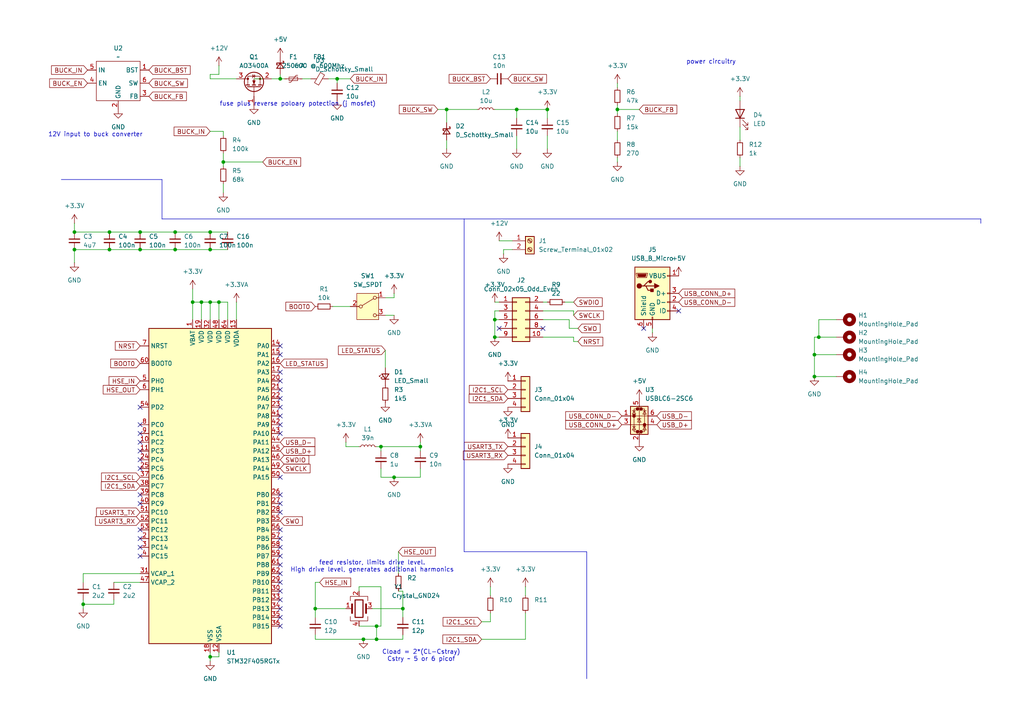
<source format=kicad_sch>
(kicad_sch (version 20231120) (generator "eeschema") (generator_version "8.0")
  (paper "A4")
  (title_block (date "2025-04-26"))
  (junction (at 129.54 31.75))
  (junction (at 55.88 87.63))
  (junction (at 60.96 190.5))
  (junction (at 60.96 67.31))
  (junction (at 114.3 138.43))
  (junction (at 24.13 175.26))
  (junction (at 149.86 31.75))
  (junction (at 97.79 22.86))
  (junction (at 236.22 102.87))
  (junction (at 109.22 185.42))
  (junction (at 40.64 67.31))
  (junction (at 110.49 129.54))
  (junction (at 237.49 97.79))
  (junction (at 91.44 176.53))
  (junction (at 21.59 72.39))
  (junction (at 179.07 31.75))
  (junction (at 60.96 87.63))
  (junction (at 109.22 181.61))
  (junction (at 50.8 72.39))
  (junction (at 60.96 72.39))
  (junction (at 58.42 87.63))
  (junction (at 143.51 92.71))
  (junction (at 236.22 109.22))
  (junction (at 121.92 129.54))
  (junction (at 105.41 185.42))
  (junction (at 116.84 176.53))
  (junction (at 158.75 31.75))
  (junction (at 31.75 67.31))
  (junction (at 50.8 67.31))
  (junction (at 63.5 87.63))
  (junction (at 21.59 67.31))
  (junction (at 40.64 72.39))
  (junction (at 81.28 22.86))
  (junction (at 143.51 97.79))
  (junction (at 31.75 72.39))
  (junction (at 64.77 46.99))
  (no_connect (at 81.28 161.29))
  (no_connect (at 157.48 95.25))
  (no_connect (at 81.28 125.73))
  (no_connect (at 40.64 123.19))
  (no_connect (at 40.64 156.21))
  (no_connect (at 40.64 133.35))
  (no_connect (at 81.28 143.51))
  (no_connect (at 81.28 156.21))
  (no_connect (at 81.28 115.57))
  (no_connect (at 196.85 90.17))
  (no_connect (at 81.28 146.05))
  (no_connect (at 81.28 158.75))
  (no_connect (at 81.28 138.43))
  (no_connect (at 144.78 95.25))
  (no_connect (at 40.64 143.51))
  (no_connect (at 40.64 125.73))
  (no_connect (at 81.28 168.91))
  (no_connect (at 40.64 130.81))
  (no_connect (at 81.28 148.59))
  (no_connect (at 81.28 100.33))
  (no_connect (at 81.28 120.65))
  (no_connect (at 40.64 128.27))
  (no_connect (at 81.28 153.67))
  (no_connect (at 40.64 146.05))
  (no_connect (at 81.28 171.45))
  (no_connect (at 81.28 110.49))
  (no_connect (at 81.28 113.03))
  (no_connect (at 186.69 95.25))
  (no_connect (at 81.28 163.83))
  (no_connect (at 81.28 118.11))
  (no_connect (at 81.28 173.99))
  (no_connect (at 40.64 118.11))
  (no_connect (at 40.64 135.89))
  (no_connect (at 81.28 107.95))
  (no_connect (at 40.64 158.75))
  (no_connect (at 81.28 102.87))
  (no_connect (at 81.28 179.07))
  (no_connect (at 81.28 166.37))
  (no_connect (at 40.64 153.67))
  (no_connect (at 81.28 181.61))
  (no_connect (at 81.28 176.53))
  (no_connect (at 81.28 123.19))
  (no_connect (at 40.64 161.29))
  (wire (pts (xy 109.22 129.54) (xy 110.49 129.54)))
  (wire (pts (xy 107.95 176.53) (xy 116.84 176.53)))
  (wire (pts (xy 68.58 87.63) (xy 68.58 92.71)))
  (wire (pts (xy 152.4 185.42) (xy 139.7 185.42)))
  (wire (pts (xy 81.28 21.59) (xy 81.28 22.86)))
  (wire (pts (xy 66.04 87.63) (xy 66.04 92.71)))
  (wire (pts (xy 97.79 22.86) (xy 97.79 24.13)))
  (wire (pts (xy 129.54 31.75) (xy 129.54 35.56)))
  (wire (pts (xy 24.13 166.37) (xy 24.13 168.91)))
  (wire (pts (xy 60.96 22.86) (xy 68.58 22.86)))
  (wire (pts (xy 100.33 129.54) (xy 104.14 129.54)))
  (wire (pts (xy 55.88 87.63) (xy 55.88 92.71)))
  (wire (pts (xy 40.64 166.37) (xy 24.13 166.37)))
  (wire (pts (xy 110.49 129.54) (xy 110.49 130.81)))
  (wire (pts (xy 142.24 170.18) (xy 142.24 172.72)))
  (wire (pts (xy 237.49 92.71) (xy 237.49 97.79)))
  (wire (pts (xy 24.13 173.99) (xy 24.13 175.26)))
  (wire (pts (xy 114.3 138.43) (xy 121.92 138.43)))
  (polyline (pts (xy 134.62 63.5) (xy 134.62 160.02)))
  (wire (pts (xy 179.07 45.72) (xy 179.07 46.99)))
  (wire (pts (xy 60.96 72.39) (xy 66.04 72.39)))
  (wire (pts (xy 236.22 102.87) (xy 236.22 109.22)))
  (wire (pts (xy 91.44 168.91) (xy 91.44 176.53)))
  (wire (pts (xy 179.07 24.13) (xy 179.07 25.4)))
  (wire (pts (xy 55.88 83.82) (xy 55.88 87.63)))
  (wire (pts (xy 143.51 31.75) (xy 149.86 31.75)))
  (wire (pts (xy 95.25 22.86) (xy 97.79 22.86)))
  (wire (pts (xy 157.48 90.17) (xy 166.37 90.17)))
  (wire (pts (xy 242.57 97.79) (xy 237.49 97.79)))
  (wire (pts (xy 110.49 138.43) (xy 114.3 138.43)))
  (wire (pts (xy 152.4 177.8) (xy 152.4 185.42)))
  (polyline (pts (xy 170.18 160.02) (xy 170.18 196.85)))
  (wire (pts (xy 157.48 92.71) (xy 165.1 92.71)))
  (wire (pts (xy 91.44 179.07) (xy 91.44 176.53)))
  (wire (pts (xy 129.54 31.75) (xy 138.43 31.75)))
  (wire (pts (xy 64.77 39.37) (xy 64.77 38.1)))
  (wire (pts (xy 55.88 87.63) (xy 58.42 87.63)))
  (wire (pts (xy 127 31.75) (xy 129.54 31.75)))
  (wire (pts (xy 149.86 31.75) (xy 158.75 31.75)))
  (wire (pts (xy 104.14 171.45) (xy 104.14 170.18)))
  (wire (pts (xy 97.79 22.86) (xy 101.6 22.86)))
  (wire (pts (xy 60.96 21.59) (xy 60.96 22.86)))
  (wire (pts (xy 111.76 101.6) (xy 111.76 106.68)))
  (wire (pts (xy 110.49 135.89) (xy 110.49 138.43)))
  (wire (pts (xy 60.96 67.31) (xy 66.04 67.31)))
  (wire (pts (xy 143.51 90.17) (xy 143.51 92.71)))
  (wire (pts (xy 21.59 67.31) (xy 31.75 67.31)))
  (wire (pts (xy 110.49 170.18) (xy 110.49 181.61)))
  (wire (pts (xy 165.1 95.25) (xy 167.64 95.25)))
  (wire (pts (xy 142.24 180.34) (xy 142.24 177.8)))
  (wire (pts (xy 33.02 173.99) (xy 33.02 175.26)))
  (wire (pts (xy 144.78 92.71) (xy 143.51 92.71)))
  (wire (pts (xy 149.86 31.75) (xy 149.86 34.29)))
  (wire (pts (xy 50.8 67.31) (xy 60.96 67.31)))
  (wire (pts (xy 63.5 189.23) (xy 63.5 190.5)))
  (wire (pts (xy 104.14 170.18) (xy 110.49 170.18)))
  (wire (pts (xy 116.84 176.53) (xy 116.84 179.07)))
  (wire (pts (xy 64.77 38.1) (xy 60.96 38.1)))
  (wire (pts (xy 189.23 95.25) (xy 189.23 96.52)))
  (polyline (pts (xy 134.62 160.02) (xy 170.18 160.02)))
  (polyline (pts (xy 284.48 63.5) (xy 284.48 64.77)))
  (wire (pts (xy 121.92 130.81) (xy 121.92 129.54)))
  (wire (pts (xy 143.51 97.79) (xy 144.78 97.79)))
  (wire (pts (xy 40.64 67.31) (xy 50.8 67.31)))
  (wire (pts (xy 73.66 22.86) (xy 76.2 22.86)))
  (wire (pts (xy 50.8 72.39) (xy 60.96 72.39)))
  (wire (pts (xy 179.07 31.75) (xy 185.42 31.75)))
  (wire (pts (xy 214.63 36.83) (xy 214.63 40.64)))
  (wire (pts (xy 60.96 189.23) (xy 60.96 190.5)))
  (wire (pts (xy 143.51 87.63) (xy 144.78 87.63)))
  (wire (pts (xy 24.13 175.26) (xy 33.02 175.26)))
  (wire (pts (xy 158.75 39.37) (xy 158.75 43.18)))
  (wire (pts (xy 166.37 97.79) (xy 166.37 99.06)))
  (wire (pts (xy 111.76 91.44) (xy 114.3 91.44)))
  (wire (pts (xy 109.22 181.61) (xy 110.49 181.61)))
  (wire (pts (xy 179.07 30.48) (xy 179.07 31.75)))
  (wire (pts (xy 111.76 86.36) (xy 114.3 86.36)))
  (wire (pts (xy 116.84 171.45) (xy 115.57 171.45)))
  (wire (pts (xy 109.22 181.61) (xy 109.22 185.42)))
  (wire (pts (xy 237.49 97.79) (xy 236.22 97.79)))
  (wire (pts (xy 91.44 184.15) (xy 91.44 185.42)))
  (wire (pts (xy 92.71 168.91) (xy 91.44 168.91)))
  (wire (pts (xy 109.22 185.42) (xy 116.84 185.42)))
  (wire (pts (xy 31.75 67.31) (xy 40.64 67.31)))
  (wire (pts (xy 96.52 88.9) (xy 101.6 88.9)))
  (wire (pts (xy 157.48 87.63) (xy 158.75 87.63)))
  (wire (pts (xy 64.77 46.99) (xy 64.77 48.26)))
  (wire (pts (xy 146.05 72.39) (xy 146.05 73.66)))
  (wire (pts (xy 64.77 44.45) (xy 64.77 46.99)))
  (wire (pts (xy 121.92 129.54) (xy 110.49 129.54)))
  (wire (pts (xy 115.57 160.02) (xy 115.57 166.37)))
  (wire (pts (xy 214.63 45.72) (xy 214.63 48.26)))
  (wire (pts (xy 91.44 185.42) (xy 105.41 185.42)))
  (wire (pts (xy 60.96 21.59) (xy 63.5 21.59)))
  (wire (pts (xy 129.54 40.64) (xy 129.54 43.18)))
  (wire (pts (xy 33.02 168.91) (xy 40.64 168.91)))
  (wire (pts (xy 139.7 180.34) (xy 142.24 180.34)))
  (wire (pts (xy 60.96 190.5) (xy 60.96 191.77)))
  (polyline (pts (xy 46.99 52.07) (xy 46.99 63.5)))
  (wire (pts (xy 158.75 34.29) (xy 158.75 31.75)))
  (wire (pts (xy 100.33 128.27) (xy 100.33 129.54)))
  (wire (pts (xy 148.59 69.85) (xy 144.78 69.85)))
  (wire (pts (xy 63.5 19.05) (xy 63.5 21.59)))
  (polyline (pts (xy 46.99 63.5) (xy 284.48 63.5)))
  (wire (pts (xy 148.59 72.39) (xy 146.05 72.39)))
  (wire (pts (xy 87.63 22.86) (xy 90.17 22.86)))
  (wire (pts (xy 166.37 90.17) (xy 166.37 91.44)))
  (wire (pts (xy 78.74 22.86) (xy 81.28 22.86)))
  (wire (pts (xy 21.59 72.39) (xy 21.59 76.2)))
  (wire (pts (xy 114.3 85.09) (xy 114.3 86.36)))
  (wire (pts (xy 63.5 87.63) (xy 63.5 92.71)))
  (wire (pts (xy 214.63 27.94) (xy 214.63 29.21)))
  (wire (pts (xy 63.5 87.63) (xy 66.04 87.63)))
  (wire (pts (xy 166.37 99.06) (xy 167.64 99.06)))
  (wire (pts (xy 60.96 190.5) (xy 63.5 190.5)))
  (wire (pts (xy 21.59 64.77) (xy 21.59 67.31)))
  (wire (pts (xy 121.92 138.43) (xy 121.92 135.89)))
  (polyline (pts (xy 17.78 52.07) (xy 46.99 52.07)))
  (wire (pts (xy 236.22 97.79) (xy 236.22 102.87)))
  (wire (pts (xy 40.64 72.39) (xy 50.8 72.39)))
  (wire (pts (xy 116.84 184.15) (xy 116.84 185.42)))
  (wire (pts (xy 144.78 90.17) (xy 143.51 90.17)))
  (wire (pts (xy 81.28 22.86) (xy 82.55 22.86)))
  (wire (pts (xy 236.22 109.22) (xy 242.57 109.22)))
  (wire (pts (xy 165.1 92.71) (xy 165.1 95.25)))
  (wire (pts (xy 152.4 170.18) (xy 152.4 172.72)))
  (wire (pts (xy 60.96 87.63) (xy 63.5 87.63)))
  (wire (pts (xy 242.57 102.87) (xy 236.22 102.87)))
  (wire (pts (xy 64.77 46.99) (xy 76.2 46.99)))
  (wire (pts (xy 116.84 171.45) (xy 116.84 176.53)))
  (wire (pts (xy 21.59 72.39) (xy 31.75 72.39)))
  (wire (pts (xy 91.44 176.53) (xy 100.33 176.53)))
  (wire (pts (xy 157.48 97.79) (xy 166.37 97.79)))
  (wire (pts (xy 60.96 87.63) (xy 60.96 92.71)))
  (wire (pts (xy 149.86 39.37) (xy 149.86 43.18)))
  (wire (pts (xy 179.07 38.1) (xy 179.07 40.64)))
  (wire (pts (xy 104.14 181.61) (xy 109.22 181.61)))
  (wire (pts (xy 163.83 87.63) (xy 166.37 87.63)))
  (wire (pts (xy 31.75 72.39) (xy 40.64 72.39)))
  (wire (pts (xy 58.42 87.63) (xy 60.96 87.63)))
  (wire (pts (xy 24.13 175.26) (xy 24.13 176.53)))
  (wire (pts (xy 179.07 31.75) (xy 179.07 33.02)))
  (wire (pts (xy 121.92 128.27) (xy 121.92 129.54)))
  (wire (pts (xy 105.41 185.42) (xy 109.22 185.42)))
  (wire (pts (xy 242.57 92.71) (xy 237.49 92.71)))
  (wire (pts (xy 58.42 87.63) (xy 58.42 92.71)))
  (wire (pts (xy 64.77 53.34) (xy 64.77 55.88)))
  (wire (pts (xy 143.51 92.71) (xy 143.51 97.79)))
  (text "feed resistor, limits drive level.\nHigh drive level, generates additional harmonics\n\n" (at 107.95 165.354 0) (effects (font (size 1.27 1.27))))
  (text "12V input to buck converter\n" (at 27.686 39.116 0) (effects (font (size 1.27 1.27))))
  (text "Cload = 2*(CL-Cstray)\nCstry ~ 5 or 6 picof\n \n" (at 122.174 191.262 0) (effects (font (size 1.27 1.27))))
  (text "fuse plus reverse poloary potection (j mosfet)\n" (at 86.36 30.226 0) (effects (font (size 1.27 1.27))))
  (text "power circuitry\n" (at 206.248 18.034 0) (effects (font (size 1.27 1.27))))
  (global_label "BUCK_BST" (shape input) (at 43.18 20.32 0) (property "Intersheetrefs" "${INTERSHEET_REFS}" (effects (hide yes))))
  (global_label "I2C1_SCL" (shape input) (at 147.32 113.03 180) (property "Intersheetrefs" "${INTERSHEET_REFS}" (effects (hide yes))))
  (global_label "USART3_TX" (shape input) (at 40.64 148.59 180) (property "Intersheetrefs" "${INTERSHEET_REFS}" (effects (hide yes))))
  (global_label "I2C1_SDA" (shape input) (at 139.7 185.42 180) (property "Intersheetrefs" "${INTERSHEET_REFS}" (effects (hide yes))))
  (global_label "USB_D-" (shape input) (at 81.28 128.27 0) (property "Intersheetrefs" "${INTERSHEET_REFS}" (effects (hide yes))))
  (global_label "SWCLK" (shape input) (at 166.37 91.44 0) (property "Intersheetrefs" "${INTERSHEET_REFS}" (effects (hide yes))))
  (global_label "BUCK_EN" (shape input) (at 25.4 24.13 180) (property "Intersheetrefs" "${INTERSHEET_REFS}" (effects (hide yes))))
  (global_label "HSE_OUT" (shape input) (at 115.57 160.02 0) (property "Intersheetrefs" "${INTERSHEET_REFS}" (effects (hide yes))))
  (global_label "I2C1_SCL" (shape input) (at 40.64 138.43 180) (property "Intersheetrefs" "${INTERSHEET_REFS}" (effects (hide yes))))
  (global_label "BUCK_IN" (shape input) (at 101.6 22.86 0) (property "Intersheetrefs" "${INTERSHEET_REFS}" (effects (hide yes))))
  (global_label "USART3_TX" (shape input) (at 147.32 129.54 180) (property "Intersheetrefs" "${INTERSHEET_REFS}" (effects (hide yes))))
  (global_label "BOOT0" (shape input) (at 40.64 105.41 180) (property "Intersheetrefs" "${INTERSHEET_REFS}" (effects (hide yes))))
  (global_label "SWDIO" (shape input) (at 81.28 133.35 0) (property "Intersheetrefs" "${INTERSHEET_REFS}" (effects (hide yes))))
  (global_label "USB_CONN_D+" (shape input) (at 180.34 123.19 180) (property "Intersheetrefs" "${INTERSHEET_REFS}" (effects (hide yes))))
  (global_label "USB_CONN_D+" (shape input) (at 196.85 85.09 0) (property "Intersheetrefs" "${INTERSHEET_REFS}" (effects (hide yes))))
  (global_label "BUCK_SW" (shape input) (at 147.32 22.86 0) (property "Intersheetrefs" "${INTERSHEET_REFS}" (effects (hide yes))))
  (global_label "BUCK_IN" (shape input) (at 25.4 20.32 180) (property "Intersheetrefs" "${INTERSHEET_REFS}" (effects (hide yes))))
  (global_label "I2C1_SDA" (shape input) (at 147.32 115.57 180) (property "Intersheetrefs" "${INTERSHEET_REFS}" (effects (hide yes))))
  (global_label "USART3_RX" (shape input) (at 147.32 132.08 180) (property "Intersheetrefs" "${INTERSHEET_REFS}" (effects (hide yes))))
  (global_label "USB_D-" (shape input) (at 190.5 120.65 0) (property "Intersheetrefs" "${INTERSHEET_REFS}" (effects (hide yes))))
  (global_label "SWO" (shape input) (at 167.64 95.25 0) (property "Intersheetrefs" "${INTERSHEET_REFS}" (effects (hide yes))))
  (global_label "LED_STATUS" (shape input) (at 111.76 101.6 180) (property "Intersheetrefs" "${INTERSHEET_REFS}" (effects (hide yes))))
  (global_label "NRST" (shape input) (at 40.64 100.33 180) (property "Intersheetrefs" "${INTERSHEET_REFS}" (effects (hide yes))))
  (global_label "USB_D+" (shape input) (at 81.28 130.81 0) (property "Intersheetrefs" "${INTERSHEET_REFS}" (effects (hide yes))))
  (global_label "BUCK_IN" (shape input) (at 60.96 38.1 180) (property "Intersheetrefs" "${INTERSHEET_REFS}" (effects (hide yes))))
  (global_label "USB_CONN_D-" (shape input) (at 196.85 87.63 0) (property "Intersheetrefs" "${INTERSHEET_REFS}" (effects (hide yes))))
  (global_label "BUCK_SW" (shape input) (at 43.18 24.13 0) (property "Intersheetrefs" "${INTERSHEET_REFS}" (effects (hide yes))))
  (global_label "HSE_OUT" (shape input) (at 40.64 113.03 180) (property "Intersheetrefs" "${INTERSHEET_REFS}" (effects (hide yes))))
  (global_label "SWCLK" (shape input) (at 81.28 135.89 0) (property "Intersheetrefs" "${INTERSHEET_REFS}" (effects (hide yes))))
  (global_label "USB_D+" (shape input) (at 190.5 123.19 0) (property "Intersheetrefs" "${INTERSHEET_REFS}" (effects (hide yes))))
  (global_label "BUCK_BST" (shape input) (at 142.24 22.86 180) (property "Intersheetrefs" "${INTERSHEET_REFS}" (effects (hide yes))))
  (global_label "BUCK_EN" (shape input) (at 76.2 46.99 0) (property "Intersheetrefs" "${INTERSHEET_REFS}" (effects (hide yes))))
  (global_label "BUCK_SW" (shape input) (at 127 31.75 180) (property "Intersheetrefs" "${INTERSHEET_REFS}" (effects (hide yes))))
  (global_label "SWDIO" (shape input) (at 166.37 87.63 0) (property "Intersheetrefs" "${INTERSHEET_REFS}" (effects (hide yes))))
  (global_label "SWO" (shape input) (at 81.28 151.13 0) (property "Intersheetrefs" "${INTERSHEET_REFS}" (effects (hide yes))))
  (global_label "USB_CONN_D-" (shape input) (at 180.34 120.65 180) (property "Intersheetrefs" "${INTERSHEET_REFS}" (effects (hide yes))))
  (global_label "HSE_IN" (shape input) (at 92.71 168.91 0) (property "Intersheetrefs" "${INTERSHEET_REFS}" (effects (hide yes))))
  (global_label "LED_STATUS" (shape input) (at 81.28 105.41 0) (property "Intersheetrefs" "${INTERSHEET_REFS}" (effects (hide yes))))
  (global_label "HSE_IN" (shape input) (at 40.64 110.49 180) (property "Intersheetrefs" "${INTERSHEET_REFS}" (effects (hide yes))))
  (global_label "USART3_RX" (shape input) (at 40.64 151.13 180) (property "Intersheetrefs" "${INTERSHEET_REFS}" (effects (hide yes))))
  (global_label "I2C1_SCL" (shape input) (at 139.7 180.34 180) (property "Intersheetrefs" "${INTERSHEET_REFS}" (effects (hide yes))))
  (global_label "BUCK_FB" (shape input) (at 185.42 31.75 0) (property "Intersheetrefs" "${INTERSHEET_REFS}" (effects (hide yes))))
  (global_label "BUCK_FB" (shape input) (at 43.18 27.94 0) (property "Intersheetrefs" "${INTERSHEET_REFS}" (effects (hide yes))))
  (global_label "NRST" (shape input) (at 167.64 99.06 0) (property "Intersheetrefs" "${INTERSHEET_REFS}" (effects (hide yes))))
  (global_label "BOOT0" (shape input) (at 91.44 88.9 180) (property "Intersheetrefs" "${INTERSHEET_REFS}" (effects (hide yes))))
  (global_label "I2C1_SDA" (shape input) (at 40.64 140.97 180) (property "Intersheetrefs" "${INTERSHEET_REFS}" (effects (hide yes))))
  (symbol (lib_id "Connector_Generic:Conn_01x04") (at 152.4 113.03 0) (unit 1)
    (property "Reference" "J3" (at 154.94 113.0299 0) (effects (justify left)))
    (property "Value" "Conn_01x04" (at 154.94 115.5699 0) (effects (justify left)))
    (property "Footprint" "Connector_Molex:Molex_PicoBlade_53048-0410_1x04_P1.25mm_Horizontal" (effects (hide yes)))
    (property "Description" "Generic connector, single row, 01x04, script generated (kicad-library-utils/schlib/autogen/connector/)" (effects (hide yes)))
  )
  (symbol (lib_id "New_Library:MP2359DJ-LF-Z") (at 30.48 27.94 0) (unit 1)
    (property "Reference" "U2" (at 34.29 13.97 0))
    (property "Value" "~" (at 34.29 16.51 0))
    (property "Footprint" "Package_TO_SOT_SMD:SOT-23-6" (effects (hide yes)))
  )
  (symbol (lib_id "Device:FerriteBead_Small") (at 92.71 22.86 90) (unit 1)
    (property "Reference" "FB1" (at 92.6719 16.51 90))
    (property "Value" "600 @ 600Mhz" (at 92.6719 19.05 90))
    (property "Footprint" "Inductor_SMD:L_0805_2012Metric" (effects (hide yes)))
    (property "Description" "Ferrite bead, small symbol" (effects (hide yes)))
  )
  (symbol (lib_id "power:GND") (at 236.22 109.22 0) (unit 1)
    (property "Reference" "#PWR042" (effects (hide yes)))
    (property "Value" "GND" (at 236.22 114.3 0))
    (property "Description" "Power symbol creates a global label with name \"GND\" , ground" (effects (hide yes)))
  )
  (symbol (lib_id "power:GND") (at 97.79 29.21 0) (unit 1)
    (property "Reference" "#PWR016" (effects (hide yes)))
    (property "Value" "GND" (at 97.79 34.29 0))
    (property "Description" "Power symbol creates a global label with name \"GND\" , ground" (effects (hide yes)))
  )
  (symbol (lib_id "Device:C_Small") (at 144.78 22.86 90) (unit 1)
    (property "Reference" "C13" (at 144.7863 16.51 90))
    (property "Value" "10n" (at 144.7863 19.05 90))
    (property "Footprint" "Capacitor_SMD:C_0603_1608Metric" (effects (hide yes)))
    (property "Description" "Unpolarized capacitor, small symbol" (effects (hide yes)))
  )
  (symbol (lib_id "Device:R_Small") (at 179.07 35.56 180) (unit 1)
    (property "Reference" "R7" (at 181.61 34.2899 0) (effects (justify right)))
    (property "Value" "15k" (at 181.61 36.8299 0) (effects (justify right)))
    (property "Footprint" "Resistor_SMD:R_0603_1608Metric" (effects (hide yes)))
    (property "Description" "Resistor, small symbol" (effects (hide yes)))
  )
  (symbol (lib_id "power:+3.3V") (at 55.88 83.82 0) (unit 1)
    (property "Reference" "#PWR02" (effects (hide yes)))
    (property "Value" "+3.3V" (at 55.88 78.74 0))
    (property "Description" "Power symbol creates a global label with name \"+3.3V\"" (effects (hide yes)))
  )
  (symbol (lib_id "Mechanical:MountingHole_Pad") (at 245.11 109.22 270) (unit 1) (exclude_from_sim yes) (in_bom no)
    (property "Reference" "H4" (at 248.92 107.9499 90) (effects (justify left)))
    (property "Value" "MountingHole_Pad" (at 248.92 110.4899 90) (effects (justify left)))
    (property "Footprint" "MountingHole:MountingHole_4.3mm_M4_Pad_Via" (effects (hide yes)))
    (property "Description" "Mounting Hole with connection" (effects (hide yes)))
  )
  (symbol (lib_id "Device:C_Small") (at 24.13 171.45 0) (unit 1)
    (property "Reference" "C1" (at 26.67 170.1862 0) (effects (justify left)))
    (property "Value" "2u2" (at 26.67 172.7262 0) (effects (justify left)))
    (property "Footprint" "Capacitor_SMD:C_0603_1608Metric" (effects (hide yes)))
    (property "Description" "Unpolarized capacitor, small symbol" (effects (hide yes)))
  )
  (symbol (lib_id "Device:C_Small") (at 158.75 36.83 0) (unit 1)
    (property "Reference" "C15" (at 161.29 35.5662 0) (effects (justify left)))
    (property "Value" "10u" (at 161.29 38.1062 0) (effects (justify left)))
    (property "Footprint" "Capacitor_SMD:C_1206_3216Metric" (effects (hide yes)))
    (property "Description" "Unpolarized capacitor, small symbol" (effects (hide yes)))
  )
  (symbol (lib_id "power:+3.3V") (at 158.75 31.75 0) (unit 1)
    (property "Reference" "#PWR021" (effects (hide yes)))
    (property "Value" "+3.3V" (at 158.75 26.67 0))
    (property "Description" "Power symbol creates a global label with name \"+3.3V\"" (effects (hide yes)))
  )
  (symbol (lib_id "Device:R_Small") (at 115.57 168.91 0) (unit 1)
    (property "Reference" "R2" (at 118.11 167.6399 0) (effects (justify left)))
    (property "Value" "47" (at 119.38 265.4299 0) (effects (justify left)))
    (property "Footprint" "Resistor_SMD:R_0402_1005Metric" (effects (hide yes)))
    (property "Description" "Resistor, small symbol" (effects (hide yes)))
  )
  (symbol (lib_id "Device:R_Small") (at 64.77 50.8 0) (unit 1)
    (property "Reference" "R5" (at 67.31 49.5299 0) (effects (justify left)))
    (property "Value" "68k" (at 67.31 52.0699 0) (effects (justify left)))
    (property "Footprint" "Resistor_SMD:R_0603_1608Metric" (effects (hide yes)))
    (property "Description" "Resistor, small symbol" (effects (hide yes)))
  )
  (symbol (lib_id "Device:L_Small") (at 140.97 31.75 90) (unit 1)
    (property "Reference" "L2" (at 140.97 26.67 90))
    (property "Value" "10u" (at 140.97 29.21 90))
    (property "Footprint" "Inductor_SMD:L_Sunlord_MWSA0518S" (effects (hide yes)))
    (property "Description" "Inductor, small symbol" (effects (hide yes)))
  )
  (symbol (lib_id "Device:C_Small") (at 121.92 133.35 0) (unit 1)
    (property "Reference" "C9" (at 124.46 132.0862 0) (effects (justify left)))
    (property "Value" "10n" (at 124.46 134.6262 0) (effects (justify left)))
    (property "Footprint" "Capacitor_SMD:C_0402_1005Metric" (effects (hide yes)))
    (property "Description" "Unpolarized capacitor, small symbol" (effects (hide yes)))
  )
  (symbol (lib_id "power:GND") (at 149.86 43.18 0) (unit 1)
    (property "Reference" "#PWR019" (effects (hide yes)))
    (property "Value" "GND" (at 149.86 48.26 0))
    (property "Description" "Power symbol creates a global label with name \"GND\" , ground" (effects (hide yes)))
  )
  (symbol (lib_id "Mechanical:MountingHole_Pad") (at 245.11 92.71 270) (unit 1) (exclude_from_sim yes) (in_bom no)
    (property "Reference" "H1" (at 248.92 91.4399 90) (effects (justify left)))
    (property "Value" "MountingHole_Pad" (at 248.92 93.9799 90) (effects (justify left)))
    (property "Footprint" "MountingHole:MountingHole_4.3mm_M4_Pad_Via" (effects (hide yes)))
    (property "Description" "Mounting Hole with connection" (effects (hide yes)))
  )
  (symbol (lib_id "Device:C_Small") (at 149.86 36.83 0) (unit 1)
    (property "Reference" "C14" (at 152.4 35.5662 0) (effects (justify left)))
    (property "Value" "10u" (at 152.4 38.1062 0) (effects (justify left)))
    (property "Footprint" "Capacitor_SMD:C_1206_3216Metric" (effects (hide yes)))
    (property "Description" "Unpolarized capacitor, small symbol" (effects (hide yes)))
  )
  (symbol (lib_id "Device:LED") (at 214.63 33.02 90) (unit 1)
    (property "Reference" "D4" (at 218.44 33.3374 90) (effects (justify right)))
    (property "Value" "LED" (at 218.44 35.8774 90) (effects (justify right)))
    (property "Footprint" "LED_SMD:LED_0603_1608Metric" (effects (hide yes)))
    (property "Description" "Light emitting diode" (effects (hide yes)))
  )
  (symbol (lib_id "power:GND") (at 189.23 96.52 0) (unit 1)
    (property "Reference" "#PWR034" (effects (hide yes)))
    (property "Value" "GND" (at 189.23 101.6 0))
    (property "Description" "Power symbol creates a global label with name \"GND\" , ground" (effects (hide yes)))
  )
  (symbol (lib_name "R_Small_1") (lib_id "Device:R_Small") (at 142.24 175.26 0) (unit 1)
    (property "Reference" "R10" (at 144.78 173.9899 0) (effects (justify left)))
    (property "Value" "2k2" (at 146.05 271.7799 0) (effects (justify left)))
    (property "Footprint" "Resistor_SMD:R_0402_1005Metric" (effects (hide yes)))
    (property "Description" "Resistor, small symbol" (effects (hide yes)))
  )
  (symbol (lib_id "Device:L_Small") (at 106.68 129.54 90) (unit 1)
    (property "Reference" "L1" (at 106.68 124.46 90))
    (property "Value" "39n" (at 106.68 127 90))
    (property "Footprint" "Inductor_SMD:L_0402_1005Metric" (effects (hide yes)))
    (property "Description" "Inductor, small symbol" (effects (hide yes)))
  )
  (symbol (lib_id "Device:D_Schottky_Small") (at 81.28 19.05 270) (unit 1)
    (property "Reference" "D3" (at 91.44 17.5259 90) (effects (justify left)))
    (property "Value" "D_Schottky_Small" (at 91.44 20.0659 90) (effects (justify left)))
    (property "Footprint" "Diode_SMD:D_SOD-123" (effects (hide yes)))
    (property "Description" "Schottky diode, small symbol" (effects (hide yes)))
  )
  (symbol (lib_id "Device:R_Small") (at 179.07 43.18 0) (unit 1)
    (property "Reference" "R8" (at 181.61 41.9099 0) (effects (justify left)))
    (property "Value" "270" (at 181.61 44.4499 0) (effects (justify left)))
    (property "Footprint" "Resistor_SMD:R_0603_1608Metric" (effects (hide yes)))
    (property "Description" "Resistor, small symbol" (effects (hide yes)))
  )
  (symbol (lib_id "power:GND") (at 158.75 43.18 0) (unit 1)
    (property "Reference" "#PWR020" (effects (hide yes)))
    (property "Value" "GND" (at 158.75 48.26 0))
    (property "Description" "Power symbol creates a global label with name \"GND\" , ground" (effects (hide yes)))
  )
  (symbol (lib_id "Device:LED_Small") (at 111.76 109.22 90) (unit 1)
    (property "Reference" "D1" (at 114.3 107.8864 90) (effects (justify right)))
    (property "Value" "LED_Small" (at 114.3 110.4264 90) (effects (justify right)))
    (property "Footprint" "LED_SMD:LED_0603_1608Metric" (effects (hide yes)))
    (property "Description" "Light emitting diode, small symbol" (effects (hide yes)))
  )
  (symbol (lib_id "Device:C_Small") (at 91.44 181.61 0) (unit 1)
    (property "Reference" "C10" (at 93.98 180.3462 0) (effects (justify left)))
    (property "Value" "12p" (at 93.98 182.8862 0) (effects (justify left)))
    (property "Footprint" "Capacitor_SMD:C_0402_1005Metric" (effects (hide yes)))
    (property "Description" "Unpolarized capacitor, small symbol" (effects (hide yes)))
  )
  (symbol (lib_id "Device:R_Small") (at 111.76 114.3 0) (unit 1)
    (property "Reference" "R3" (at 114.3 113.0299 0) (effects (justify left)))
    (property "Value" "1k5" (at 114.3 115.5699 0) (effects (justify left)))
    (property "Footprint" "Resistor_SMD:R_0603_1608Metric" (effects (hide yes)))
    (property "Description" "Resistor, small symbol" (effects (hide yes)))
  )
  (symbol (lib_id "Device:C_Small") (at 21.59 69.85 0) (unit 1)
    (property "Reference" "C3" (at 24.13 68.5862 0) (effects (justify left)))
    (property "Value" "4u7" (at 24.13 71.1262 0) (effects (justify left)))
    (property "Footprint" "Capacitor_SMD:C_0603_1608Metric" (effects (hide yes)))
    (property "Description" "Unpolarized capacitor, small symbol" (effects (hide yes)))
  )
  (symbol (lib_id "power:GND") (at 21.59 76.2 0) (unit 1)
    (property "Reference" "#PWR08" (effects (hide yes)))
    (property "Value" "GND" (at 21.59 81.28 0))
    (property "Description" "Power symbol creates a global label with name \"GND\" , ground" (effects (hide yes)))
  )
  (symbol (lib_id "power:+3.3V") (at 152.4 170.18 0) (unit 1)
    (property "Reference" "#PWR029" (effects (hide yes)))
    (property "Value" "+3.3V" (at 152.4 165.1 0))
    (property "Description" "Power symbol creates a global label with name \"+3.3V\"" (effects (hide yes)))
  )
  (symbol (lib_id "Connector_Generic:Conn_02x05_Odd_Even") (at 149.86 92.71 0) (unit 1)
    (property "Reference" "J2" (at 151.13 81.28 0))
    (property "Value" "Conn_02x05_Odd_Even" (at 151.13 83.82 0))
    (property "Footprint" "Connector_PinSocket_1.27mm:PinSocket_2x05_P1.27mm_Vertical_SMD" (effects (hide yes)))
    (property "Description" "Generic connector, double row, 02x05, odd/even pin numbering scheme (row 1 odd numbers, row 2 even numbers), script generated (kicad-library-utils/schlib/autogen/connector/)" (effects (hide yes)))
  )
  (symbol (lib_id "Device:C_Small") (at 33.02 171.45 0) (unit 1)
    (property "Reference" "C2" (at 35.56 170.1862 0) (effects (justify left)))
    (property "Value" "2u2" (at 35.56 172.7262 0) (effects (justify left)))
    (property "Footprint" "Capacitor_SMD:C_0603_1608Metric" (effects (hide yes)))
    (property "Description" "Unpolarized capacitor, small symbol" (effects (hide yes)))
  )
  (symbol (lib_id "power:GND") (at 114.3 91.44 0) (unit 1)
    (property "Reference" "#PWR06" (effects (hide yes)))
    (property "Value" "GND" (at 114.3 96.52 0))
    (property "Description" "Power symbol creates a global label with name \"GND\" , ground" (effects (hide yes)))
  )
  (symbol (lib_id "power:GND") (at 214.63 48.26 0) (unit 1)
    (property "Reference" "#PWR040" (effects (hide yes)))
    (property "Value" "GND" (at 214.63 53.34 0))
    (property "Description" "Power symbol creates a global label with name \"GND\" , ground" (effects (hide yes)))
  )
  (symbol (lib_id "power:+3.3V") (at 143.51 87.63 0) (unit 1)
    (property "Reference" "#PWR027" (effects (hide yes)))
    (property "Value" "+3.3V" (at 143.51 82.55 0))
    (property "Description" "Power symbol creates a global label with name \"+3.3V\"" (effects (hide yes)))
  )
  (symbol (lib_id "power:GND") (at 114.3 138.43 0) (unit 1)
    (property "Reference" "#PWR010" (effects (hide yes)))
    (property "Value" "GND" (at 114.3 143.51 0))
    (property "Description" "Power symbol creates a global label with name \"GND\" , ground" (effects (hide yes)))
  )
  (symbol (lib_id "Device:R_Small") (at 152.4 175.26 0) (unit 1)
    (property "Reference" "R11" (at 154.94 173.9899 0) (effects (justify left)))
    (property "Value" "2k2" (at 156.21 271.7799 0) (effects (justify left)))
    (property "Footprint" "Resistor_SMD:R_0402_1005Metric" (effects (hide yes)))
    (property "Description" "Resistor, small symbol" (effects (hide yes)))
  )
  (symbol (lib_id "Device:Polyfuse_Small") (at 85.09 22.86 90) (unit 1)
    (property "Reference" "F1" (at 85.09 16.51 90))
    (property "Value" "250mA" (at 85.09 19.05 90))
    (property "Footprint" "Fuse:Fuse_1206_3216Metric" (effects (hide yes)))
    (property "Description" "Resettable fuse, polymeric positive temperature coefficient, small symbol" (effects (hide yes)))
  )
  (symbol (lib_id "power:+5V") (at 196.85 80.01 0) (unit 1)
    (property "Reference" "#PWR036" (effects (hide yes)))
    (property "Value" "+5V" (at 196.85 74.93 0))
    (property "Description" "Power symbol creates a global label with name \"+5V\"" (effects (hide yes)))
  )
  (symbol (lib_id "power:+3.3VA") (at 68.58 87.63 0) (unit 1)
    (property "Reference" "#PWR03" (effects (hide yes)))
    (property "Value" "+3.3VA" (at 68.58 82.55 0))
    (property "Description" "Power symbol creates a global label with name \"+3.3VA\"" (effects (hide yes)))
  )
  (symbol (lib_id "Device:C_Small") (at 60.96 69.85 0) (unit 1)
    (property "Reference" "C7" (at 63.5 68.5862 0) (effects (justify left)))
    (property "Value" "100n" (at 63.5 71.1262 0) (effects (justify left)))
    (property "Footprint" "Capacitor_SMD:C_0402_1005Metric" (effects (hide yes)))
    (property "Description" "Unpolarized capacitor, small symbol" (effects (hide yes)))
  )
  (symbol (lib_id "Device:C_Small") (at 110.49 133.35 0) (unit 1)
    (property "Reference" "C8" (at 113.03 132.0862 0) (effects (justify left)))
    (property "Value" "1u" (at 113.03 134.6262 0) (effects (justify left)))
    (property "Footprint" "Capacitor_SMD:C_0402_1005Metric" (effects (hide yes)))
    (property "Description" "Unpolarized capacitor, small symbol" (effects (hide yes)))
  )
  (symbol (lib_id "Mechanical:MountingHole_Pad") (at 245.11 102.87 270) (unit 1) (exclude_from_sim yes) (in_bom no)
    (property "Reference" "H3" (at 248.92 101.5999 90) (effects (justify left)))
    (property "Value" "MountingHole_Pad" (at 248.92 104.1399 90) (effects (justify left)))
    (property "Footprint" "MountingHole:MountingHole_4.3mm_M4_Pad_Via" (effects (hide yes)))
    (property "Description" "Mounting Hole with connection" (effects (hide yes)))
  )
  (symbol (lib_id "Connector:Screw_Terminal_01x02") (at 153.67 69.85 0) (unit 1)
    (property "Reference" "J1" (at 156.21 69.8499 0) (effects (justify left)))
    (property "Value" "Screw_Terminal_01x02" (at 156.21 72.3899 0) (effects (justify left)))
    (property "Footprint" "TerminalBlock_Phoenix:TerminalBlock_Phoenix_PT-1,5-2-3.5-H_1x02_P3.50mm_Horizontal" (effects (hide yes)))
    (property "Description" "Generic screw terminal, single row, 01x02, script generated (kicad-library-utils/schlib/autogen/connector/)" (effects (hide yes)))
  )
  (symbol (lib_id "power:GND") (at 73.66 30.48 0) (unit 1)
    (property "Reference" "#PWR041" (effects (hide yes)))
    (property "Value" "GND" (at 73.66 35.56 0))
    (property "Description" "Power symbol creates a global label with name \"GND\" , ground" (effects (hide yes)))
  )
  (symbol (lib_id "power:GND") (at 146.05 73.66 0) (unit 1)
    (property "Reference" "#PWR024" (effects (hide yes)))
    (property "Value" "GND" (at 146.05 78.74 0))
    (property "Description" "Power symbol creates a global label with name \"GND\" , ground" (effects (hide yes)))
  )
  (symbol (lib_id "power:GND") (at 147.32 134.62 0) (unit 1)
    (property "Reference" "#PWR031" (effects (hide yes)))
    (property "Value" "GND" (at 147.32 139.7 0))
    (property "Description" "Power symbol creates a global label with name \"GND\" , ground" (effects (hide yes)))
  )
  (symbol (lib_id "power:+5V") (at 81.28 16.51 0) (unit 1)
    (property "Reference" "#PWR035" (effects (hide yes)))
    (property "Value" "+5V" (at 81.28 11.43 0))
    (property "Description" "Power symbol creates a global label with name \"+5V\"" (effects (hide yes)))
  )
  (symbol (lib_id "power:+12V") (at 63.5 19.05 0) (unit 1)
    (property "Reference" "#PWR015" (effects (hide yes)))
    (property "Value" "+12V" (at 63.5 13.97 0))
    (property "Description" "Power symbol creates a global label with name \"+12V\"" (effects (hide yes)))
  )
  (symbol (lib_id "Device:C_Small") (at 50.8 69.85 0) (unit 1)
    (property "Reference" "C6" (at 53.34 68.5862 0) (effects (justify left)))
    (property "Value" "100n" (at 53.34 71.1262 0) (effects (justify left)))
    (property "Footprint" "Capacitor_SMD:C_0402_1005Metric" (effects (hide yes)))
    (property "Description" "Unpolarized capacitor, small symbol" (effects (hide yes)))
  )
  (symbol (lib_id "Device:R_Small") (at 179.07 27.94 0) (unit 1)
    (property "Reference" "R6" (at 181.61 26.6699 0) (effects (justify left)))
    (property "Value" "47k" (at 181.61 29.2099 0) (effects (justify left)))
    (property "Footprint" "Resistor_SMD:R_0603_1608Metric" (effects (hide yes)))
    (property "Description" "Resistor, small symbol" (effects (hide yes)))
  )
  (symbol (lib_id "Device:C_Small") (at 97.79 26.67 0) (unit 1)
    (property "Reference" "C12" (at 100.33 25.4062 0) (effects (justify left)))
    (property "Value" "10u" (at 100.33 27.9462 0) (effects (justify left)))
    (property "Footprint" "Capacitor_SMD:C_1206_3216Metric" (effects (hide yes)))
    (property "Description" "Unpolarized capacitor, small symbol" (effects (hide yes)))
  )
  (symbol (lib_id "power:+3.3V") (at 21.59 64.77 0) (unit 1)
    (property "Reference" "#PWR07" (effects (hide yes)))
    (property "Value" "+3.3V" (at 21.59 59.69 0))
    (property "Description" "Power symbol creates a global label with name \"+3.3V\"" (effects (hide yes)))
  )
  (symbol (lib_id "Device:Crystal_GND24") (at 104.14 176.53 0) (unit 1)
    (property "Reference" "Y1" (at 115.57 170.2114 0))
    (property "Value" "Crystal_GND24" (at 120.65 172.7514 0))
    (property "Footprint" "Crystal:Crystal_SMD_3225-4Pin_3.2x2.5mm" (effects (hide yes)))
    (property "Description" "Four pin crystal, GND on pins 2 and 4" (effects (hide yes)))
  )
  (symbol (lib_id "power:GND") (at 147.32 118.11 0) (unit 1)
    (property "Reference" "#PWR030" (effects (hide yes)))
    (property "Value" "GND" (at 147.32 123.19 0))
    (property "Description" "Power symbol creates a global label with name \"GND\" , ground" (effects (hide yes)))
  )
  (symbol (lib_id "Device:C_Small") (at 31.75 69.85 0) (unit 1)
    (property "Reference" "C4" (at 34.29 68.5862 0) (effects (justify left)))
    (property "Value" "100n" (at 34.29 71.1262 0) (effects (justify left)))
    (property "Footprint" "Capacitor_SMD:C_0402_1005Metric" (effects (hide yes)))
    (property "Description" "Unpolarized capacitor, small symbol" (effects (hide yes)))
  )
  (symbol (lib_id "power:+3.3V") (at 147.32 110.49 0) (unit 1)
    (property "Reference" "#PWR032" (effects (hide yes)))
    (property "Value" "+3.3V" (at 147.32 105.41 0))
    (property "Description" "Power symbol creates a global label with name \"+3.3V\"" (effects (hide yes)))
  )
  (symbol (lib_id "Device:C_Small") (at 116.84 181.61 0) (unit 1)
    (property "Reference" "C11" (at 119.38 180.3462 0) (effects (justify left)))
    (property "Value" "12p" (at 119.38 182.8862 0) (effects (justify left)))
    (property "Footprint" "Capacitor_SMD:C_0402_1005Metric" (effects (hide yes)))
    (property "Description" "Unpolarized capacitor, small symbol" (effects (hide yes)))
  )
  (symbol (lib_id "power:GND") (at 185.42 128.27 0) (unit 1)
    (property "Reference" "#PWR038" (effects (hide yes)))
    (property "Value" "GND" (at 185.42 133.35 0))
    (property "Description" "Power symbol creates a global label with name \"GND\" , ground" (effects (hide yes)))
  )
  (symbol (lib_id "power:GND") (at 60.96 191.77 0) (unit 1)
    (property "Reference" "#PWR01" (effects (hide yes)))
    (property "Value" "GND" (at 60.96 196.85 0))
    (property "Description" "Power symbol creates a global label with name \"GND\" , ground" (effects (hide yes)))
  )
  (symbol (lib_id "Device:R_Small") (at 64.77 41.91 0) (unit 1)
    (property "Reference" "R4" (at 67.31 40.6399 0) (effects (justify left)))
    (property "Value" "100k" (at 67.31 43.1799 0) (effects (justify left)))
    (property "Footprint" "Resistor_SMD:R_0603_1608Metric" (effects (hide yes)))
    (property "Description" "Resistor, small symbol" (effects (hide yes)))
  )
  (symbol (lib_id "Device:D_Schottky_Small") (at 129.54 38.1 270) (unit 1)
    (property "Reference" "D2" (at 132.08 36.5759 90) (effects (justify left)))
    (property "Value" "D_Schottky_Small" (at 132.08 39.1159 90) (effects (justify left)))
    (property "Footprint" "Diode_SMD:D_SOD-123" (effects (hide yes)))
    (property "Description" "Schottky diode, small symbol" (effects (hide yes)))
  )
  (symbol (lib_id "power:GND") (at 64.77 55.88 0) (unit 1)
    (property "Reference" "#PWR017" (effects (hide yes)))
    (property "Value" "GND" (at 64.77 60.96 0))
    (property "Description" "Power symbol creates a global label with name \"GND\" , ground" (effects (hide yes)))
  )
  (symbol (lib_id "power:+3.3V") (at 147.32 127 0) (unit 1)
    (property "Reference" "#PWR033" (effects (hide yes)))
    (property "Value" "+3.3V" (at 147.32 121.92 0))
    (property "Description" "Power symbol creates a global label with name \"+3.3V\"" (effects (hide yes)))
  )
  (symbol (lib_id "Device:R_Small") (at 214.63 43.18 180) (unit 1)
    (property "Reference" "R12" (at 217.17 41.9099 0) (effects (justify right)))
    (property "Value" "1k" (at 217.17 44.4499 0) (effects (justify right)))
    (property "Footprint" "Resistor_SMD:R_0603_1608Metric" (effects (hide yes)))
    (property "Description" "Resistor, small symbol" (effects (hide yes)))
  )
  (symbol (lib_id "power:+3.3V") (at 142.24 170.18 0) (unit 1)
    (property "Reference" "#PWR028" (effects (hide yes)))
    (property "Value" "+3.3V" (at 142.24 165.1 0))
    (property "Description" "Power symbol creates a global label with name \"+3.3V\"" (effects (hide yes)))
  )
  (symbol (lib_id "Device:C_Small") (at 40.64 69.85 0) (unit 1)
    (property "Reference" "C5" (at 43.18 68.5862 0) (effects (justify left)))
    (property "Value" "100n" (at 43.18 71.1262 0) (effects (justify left)))
    (property "Footprint" "Capacitor_SMD:C_0402_1005Metric" (effects (hide yes)))
    (property "Description" "Unpolarized capacitor, small symbol" (effects (hide yes)))
  )
  (symbol (lib_id "Device:R_Small") (at 93.98 88.9 90) (unit 1)
    (property "Reference" "R1" (at 93.98 83.82 90))
    (property "Value" "10k" (at 93.98 86.36 90))
    (property "Footprint" "Resistor_SMD:R_0402_1005Metric" (effects (hide yes)))
    (property "Description" "Resistor, small symbol" (effects (hide yes)))
  )
  (symbol (lib_id "Power_Protection:USBLC6-2SC6") (at 185.42 120.65 0) (unit 1)
    (property "Reference" "U3" (at 187.0711 113.03 0) (effects (justify left)))
    (property "Value" "USBLC6-2SC6" (at 187.0711 115.57 0) (effects (justify left)))
    (property "Footprint" "Package_TO_SOT_SMD:SOT-23-6" (effects (hide yes)))
    (property "Datasheet" "https://www.st.com/resource/en/datasheet/usblc6-2.pdf" (effects (hide yes)))
    (property "Description" "Very low capacitance ESD protection diode, 2 data-line, SOT-23-6" (effects (hide yes)))
  )
  (symbol (lib_id "power:+3.3V") (at 214.63 27.94 0) (unit 1)
    (property "Reference" "#PWR039" (effects (hide yes)))
    (property "Value" "+3.3V" (at 214.63 22.86 0))
    (property "Description" "Power symbol creates a global label with name \"+3.3V\"" (effects (hide yes)))
  )
  (symbol (lib_id "MCU_ST_STM32F4:STM32F405RGTx") (at 60.96 140.97 0) (unit 1)
    (property "Reference" "U1" (at 65.6941 189.23 0) (effects (justify left)))
    (property "Value" "STM32F405RGTx" (at 65.6941 191.77 0) (effects (justify left)))
    (property "Footprint" "Package_QFP:LQFP-64_10x10mm_P0.5mm" (effects (hide yes)))
    (property "Datasheet" "https://www.st.com/resource/en/datasheet/stm32f405rg.pdf" (effects (hide yes)))
    (property "Description" "STMicroelectronics Arm Cortex-M4 MCU, 1024KB flash, 192KB RAM, 168 MHz, 1.8-3.6V, 51 GPIO, LQFP64" (effects (hide yes)))
  )
  (symbol (lib_id "Mechanical:MountingHole_Pad") (at 245.11 97.79 270) (unit 1) (exclude_from_sim yes) (in_bom no)
    (property "Reference" "H2" (at 248.92 96.5199 90) (effects (justify left)))
    (property "Value" "MountingHole_Pad" (at 248.92 99.0599 90) (effects (justify left)))
    (property "Footprint" "MountingHole:MountingHole_4.3mm_M4_Pad_Via" (effects (hide yes)))
    (property "Description" "Mounting Hole with connection" (effects (hide yes)))
  )
  (symbol (lib_id "Connector:USB_B_Micro") (at 189.23 85.09 0) (unit 1)
    (property "Reference" "J5" (at 189.23 72.39 0))
    (property "Value" "USB_B_Micro" (at 189.23 74.93 0))
    (property "Footprint" "Connector_USB:USB3_A_Molex_48393-001" (effects (hide yes)))
    (property "Description" "USB Micro Type B connector" (effects (hide yes)))
  )
  (symbol (lib_id "Switch:SW_SPDT") (at 106.68 88.9 0) (unit 1)
    (property "Reference" "SW1" (at 106.68 80.01 0))
    (property "Value" "SW_SPDT" (at 106.68 82.55 0))
    (property "Footprint" "Button_Switch_SMD:SW_SPDT_PCM12" (effects (hide yes)))
    (property "Description" "Switch, single pole double throw" (effects (hide yes)))
  )
  (symbol (lib_id "power:GND") (at 179.07 46.99 0) (unit 1)
    (property "Reference" "#PWR023" (effects (hide yes)))
    (property "Value" "GND" (at 179.07 52.07 0))
    (property "Description" "Power symbol creates a global label with name \"GND\" , ground" (effects (hide yes)))
  )
  (symbol (lib_id "power:+3.3V") (at 114.3 85.09 0) (unit 1)
    (property "Reference" "#PWR05" (effects (hide yes)))
    (property "Value" "+3.3V" (at 114.3 80.01 0))
    (property "Description" "Power symbol creates a global label with name \"+3.3V\"" (effects (hide yes)))
  )
  (symbol (lib_id "power:GND") (at 34.29 31.75 0) (unit 1)
    (property "Reference" "#PWR014" (effects (hide yes)))
    (property "Value" "GND" (at 34.29 36.83 0))
    (property "Description" "Power symbol creates a global label with name \"GND\" , ground" (effects (hide yes)))
  )
  (symbol (lib_id "power:GND") (at 111.76 116.84 0) (unit 1)
    (property "Reference" "#PWR013" (effects (hide yes)))
    (property "Value" "GND" (at 111.76 121.92 0))
    (property "Description" "Power symbol creates a global label with name \"GND\" , ground" (effects (hide yes)))
  )
  (symbol (lib_id "power:+12V") (at 144.78 69.85 0) (unit 1)
    (property "Reference" "#PWR025" (effects (hide yes)))
    (property "Value" "+12V" (at 144.78 64.77 0))
    (property "Description" "Power symbol creates a global label with name \"+12V\"" (effects (hide yes)))
  )
  (symbol (lib_id "power:GND") (at 105.41 185.42 0) (unit 1)
    (property "Reference" "#PWR012" (effects (hide yes)))
    (property "Value" "GND" (at 105.41 190.5 0))
    (property "Description" "Power symbol creates a global label with name \"GND\" , ground" (effects (hide yes)))
  )
  (symbol (lib_id "Transistor_FET:AO3400A") (at 73.66 25.4 90) (unit 1)
    (property "Reference" "Q1" (at 73.66 16.51 90))
    (property "Value" "AO3400A" (at 73.66 19.05 90))
    (property "Footprint" "Package_TO_SOT_SMD:SOT-23" (effects (hide yes)))
    (property "Datasheet" "http://www.aosmd.com/pdfs/datasheet/AO3400A.pdf" (effects (hide yes)))
    (property "Description" "30V Vds, 5.7A Id, N-Channel MOSFET, SOT-23" (effects (hide yes)))
  )
  (symbol (lib_id "power:+5V") (at 185.42 115.57 0) (unit 1)
    (property "Reference" "#PWR037" (effects (hide yes)))
    (property "Value" "+5V" (at 185.42 110.49 0))
    (property "Description" "Power symbol creates a global label with name \"+5V\"" (effects (hide yes)))
  )
  (symbol (lib_id "Device:R_Small") (at 161.29 87.63 90) (unit 1)
    (property "Reference" "R9" (at 161.29 82.55 90))
    (property "Value" "22" (at 161.29 85.09 90))
    (property "Footprint" "Resistor_SMD:R_0402_1005Metric" (effects (hide yes)))
    (property "Description" "Resistor, small symbol" (effects (hide yes)))
  )
  (symbol (lib_id "power:GND") (at 24.13 176.53 0) (unit 1)
    (property "Reference" "#PWR04" (effects (hide yes)))
    (property "Value" "GND" (at 24.13 181.61 0))
    (property "Description" "Power symbol creates a global label with name \"GND\" , ground" (effects (hide yes)))
  )
  (symbol (lib_id "Device:C_Small") (at 66.04 69.85 0) (unit 1)
    (property "Reference" "C16" (at 68.58 68.5862 0) (effects (justify left)))
    (property "Value" "100n" (at 68.58 71.1262 0) (effects (justify left)))
    (property "Footprint" "Capacitor_SMD:C_0402_1005Metric" (effects (hide yes)))
    (property "Description" "Unpolarized capacitor, small symbol" (effects (hide yes)))
  )
  (symbol (lib_id "power:GND") (at 143.51 97.79 0) (unit 1)
    (property "Reference" "#PWR026" (effects (hide yes)))
    (property "Value" "GND" (at 143.51 102.87 0))
    (property "Description" "Power symbol creates a global label with name \"GND\" , ground" (effects (hide yes)))
  )
  (symbol (lib_id "power:+3.3V") (at 100.33 128.27 0) (unit 1)
    (property "Reference" "#PWR09" (effects (hide yes)))
    (property "Value" "+3.3V" (at 100.33 123.19 0))
    (property "Description" "Power symbol creates a global label with name \"+3.3V\"" (effects (hide yes)))
  )
  (symbol (lib_id "power:+3.3V") (at 179.07 24.13 0) (unit 1)
    (property "Reference" "#PWR022" (effects (hide yes)))
    (property "Value" "+3.3V" (at 179.07 19.05 0))
    (property "Description" "Power symbol creates a global label with name \"+3.3V\"" (effects (hide yes)))
  )
  (symbol (lib_id "Connector_Generic:Conn_01x04") (at 152.4 129.54 0) (unit 1)
    (property "Reference" "J4" (at 154.94 129.5399 0) (effects (justify left)))
    (property "Value" "Conn_01x04" (at 154.94 132.0799 0) (effects (justify left)))
    (property "Footprint" "Connector_Molex:Molex_PicoBlade_53048-0410_1x04_P1.25mm_Horizontal" (effects (hide yes)))
    (property "Description" "Generic connector, single row, 01x04, script generated (kicad-library-utils/schlib/autogen/connector/)" (effects (hide yes)))
  )
  (symbol (lib_id "power:GND") (at 129.54 43.18 0) (unit 1)
    (property "Reference" "#PWR018" (effects (hide yes)))
    (property "Value" "GND" (at 129.54 48.26 0))
    (property "Description" "Power symbol creates a global label with name \"GND\" , ground" (effects (hide yes)))
  )
  (symbol (lib_id "power:+3.3VA") (at 121.92 128.27 0) (unit 1)
    (property "Reference" "#PWR011" (effects (hide yes)))
    (property "Value" "+3.3VA" (at 121.92 123.19 0))
    (property "Description" "Power symbol creates a global label with name \"+3.3VA\"" (effects (hide yes)))
  )
)
</source>
